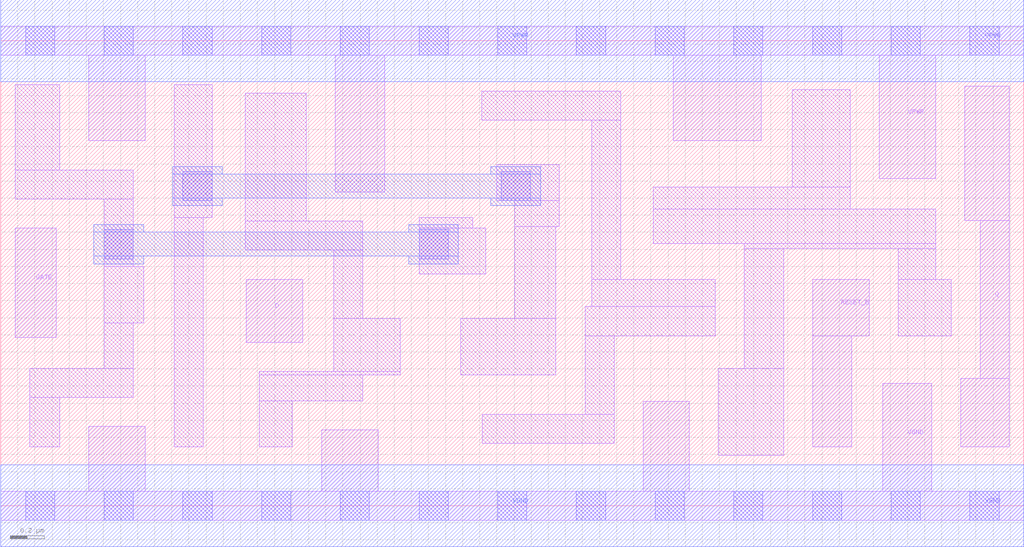
<source format=lef>
# Copyright 2020 The SkyWater PDK Authors
#
# Licensed under the Apache License, Version 2.0 (the "License");
# you may not use this file except in compliance with the License.
# You may obtain a copy of the License at
#
#     https://www.apache.org/licenses/LICENSE-2.0
#
# Unless required by applicable law or agreed to in writing, software
# distributed under the License is distributed on an "AS IS" BASIS,
# WITHOUT WARRANTIES OR CONDITIONS OF ANY KIND, either express or implied.
# See the License for the specific language governing permissions and
# limitations under the License.
#
# SPDX-License-Identifier: Apache-2.0

VERSION 5.7 ;
  NAMESCASESENSITIVE ON ;
  NOWIREEXTENSIONATPIN ON ;
  DIVIDERCHAR "/" ;
  BUSBITCHARS "[]" ;
UNITS
  DATABASE MICRONS 200 ;
END UNITS
MACRO sky130_fd_sc_hd__dlrtp_1
  CLASS CORE ;
  SOURCE USER ;
  FOREIGN sky130_fd_sc_hd__dlrtp_1 ;
  ORIGIN  0.000000  0.000000 ;
  SIZE  5.980000 BY  2.720000 ;
  SYMMETRY X Y R90 ;
  SITE unithd ;
  PIN D
    ANTENNAGATEAREA  0.159000 ;
    DIRECTION INPUT ;
    USE SIGNAL ;
    PORT
      LAYER li1 ;
        RECT 1.435000 0.955000 1.765000 1.325000 ;
    END
  END D
  PIN Q
    ANTENNADIFFAREA  0.429000 ;
    DIRECTION OUTPUT ;
    USE SIGNAL ;
    PORT
      LAYER li1 ;
        RECT 5.610000 0.345000 5.895000 0.745000 ;
        RECT 5.635000 1.670000 5.895000 2.455000 ;
        RECT 5.725000 0.745000 5.895000 1.670000 ;
    END
  END Q
  PIN RESET_B
    ANTENNAGATEAREA  0.247500 ;
    DIRECTION INPUT ;
    USE SIGNAL ;
    PORT
      LAYER li1 ;
        RECT 4.745000 0.345000 4.975000 0.995000 ;
        RECT 4.745000 0.995000 5.075000 1.325000 ;
    END
  END RESET_B
  PIN GATE
    ANTENNAGATEAREA  0.159000 ;
    DIRECTION INPUT ;
    USE CLOCK ;
    PORT
      LAYER li1 ;
        RECT 0.085000 0.985000 0.325000 1.625000 ;
    END
  END GATE
  PIN VGND
    DIRECTION INOUT ;
    SHAPE ABUTMENT ;
    USE GROUND ;
    PORT
      LAYER li1 ;
        RECT 0.000000 -0.085000 5.980000 0.085000 ;
        RECT 0.515000  0.085000 0.845000 0.465000 ;
        RECT 1.875000  0.085000 2.205000 0.445000 ;
        RECT 3.755000  0.085000 4.025000 0.610000 ;
        RECT 5.155000  0.085000 5.440000 0.715000 ;
      LAYER mcon ;
        RECT 0.145000 -0.085000 0.315000 0.085000 ;
        RECT 0.605000 -0.085000 0.775000 0.085000 ;
        RECT 1.065000 -0.085000 1.235000 0.085000 ;
        RECT 1.525000 -0.085000 1.695000 0.085000 ;
        RECT 1.985000 -0.085000 2.155000 0.085000 ;
        RECT 2.445000 -0.085000 2.615000 0.085000 ;
        RECT 2.905000 -0.085000 3.075000 0.085000 ;
        RECT 3.365000 -0.085000 3.535000 0.085000 ;
        RECT 3.825000 -0.085000 3.995000 0.085000 ;
        RECT 4.285000 -0.085000 4.455000 0.085000 ;
        RECT 4.745000 -0.085000 4.915000 0.085000 ;
        RECT 5.205000 -0.085000 5.375000 0.085000 ;
        RECT 5.665000 -0.085000 5.835000 0.085000 ;
      LAYER met1 ;
        RECT 0.000000 -0.240000 5.980000 0.240000 ;
    END
  END VGND
  PIN VPWR
    DIRECTION INOUT ;
    SHAPE ABUTMENT ;
    USE POWER ;
    PORT
      LAYER li1 ;
        RECT 0.000000 2.635000 5.980000 2.805000 ;
        RECT 0.515000 2.135000 0.845000 2.635000 ;
        RECT 1.955000 1.835000 2.245000 2.635000 ;
        RECT 3.930000 2.135000 4.445000 2.635000 ;
        RECT 5.135000 1.915000 5.465000 2.635000 ;
      LAYER mcon ;
        RECT 0.145000 2.635000 0.315000 2.805000 ;
        RECT 0.605000 2.635000 0.775000 2.805000 ;
        RECT 1.065000 2.635000 1.235000 2.805000 ;
        RECT 1.525000 2.635000 1.695000 2.805000 ;
        RECT 1.985000 2.635000 2.155000 2.805000 ;
        RECT 2.445000 2.635000 2.615000 2.805000 ;
        RECT 2.905000 2.635000 3.075000 2.805000 ;
        RECT 3.365000 2.635000 3.535000 2.805000 ;
        RECT 3.825000 2.635000 3.995000 2.805000 ;
        RECT 4.285000 2.635000 4.455000 2.805000 ;
        RECT 4.745000 2.635000 4.915000 2.805000 ;
        RECT 5.205000 2.635000 5.375000 2.805000 ;
        RECT 5.665000 2.635000 5.835000 2.805000 ;
      LAYER met1 ;
        RECT 0.000000 2.480000 5.980000 2.960000 ;
    END
  END VPWR
  OBS
    LAYER li1 ;
      RECT 0.085000 1.795000 0.775000 1.965000 ;
      RECT 0.085000 1.965000 0.345000 2.465000 ;
      RECT 0.170000 0.345000 0.345000 0.635000 ;
      RECT 0.170000 0.635000 0.775000 0.805000 ;
      RECT 0.605000 0.805000 0.775000 1.070000 ;
      RECT 0.605000 1.070000 0.835000 1.400000 ;
      RECT 0.605000 1.400000 0.775000 1.795000 ;
      RECT 1.015000 0.345000 1.185000 1.685000 ;
      RECT 1.015000 1.685000 1.235000 2.465000 ;
      RECT 1.430000 1.495000 2.115000 1.665000 ;
      RECT 1.430000 1.665000 1.785000 2.415000 ;
      RECT 1.510000 0.345000 1.705000 0.615000 ;
      RECT 1.510000 0.615000 2.115000 0.765000 ;
      RECT 1.510000 0.765000 2.335000 0.785000 ;
      RECT 1.945000 0.785000 2.335000 1.095000 ;
      RECT 1.945000 1.095000 2.115000 1.495000 ;
      RECT 2.445000 1.355000 2.835000 1.625000 ;
      RECT 2.445000 1.625000 2.760000 1.685000 ;
      RECT 2.690000 0.765000 3.245000 1.095000 ;
      RECT 2.810000 2.255000 3.625000 2.425000 ;
      RECT 2.815000 0.365000 3.585000 0.535000 ;
      RECT 2.900000 1.785000 3.265000 1.995000 ;
      RECT 3.005000 1.095000 3.245000 1.635000 ;
      RECT 3.005000 1.635000 3.265000 1.785000 ;
      RECT 3.415000 0.535000 3.585000 0.995000 ;
      RECT 3.415000 0.995000 4.175000 1.165000 ;
      RECT 3.455000 1.165000 4.175000 1.325000 ;
      RECT 3.455000 1.325000 3.625000 2.255000 ;
      RECT 3.815000 1.535000 5.465000 1.735000 ;
      RECT 3.815000 1.735000 4.965000 1.865000 ;
      RECT 4.195000 0.295000 4.575000 0.805000 ;
      RECT 4.345000 0.805000 4.575000 1.505000 ;
      RECT 4.345000 1.505000 5.465000 1.535000 ;
      RECT 4.625000 1.865000 4.965000 2.435000 ;
      RECT 5.245000 0.995000 5.555000 1.325000 ;
      RECT 5.245000 1.325000 5.465000 1.505000 ;
    LAYER mcon ;
      RECT 0.605000 1.445000 0.775000 1.615000 ;
      RECT 1.065000 1.785000 1.235000 1.955000 ;
      RECT 2.445000 1.445000 2.615000 1.615000 ;
      RECT 2.925000 1.785000 3.095000 1.955000 ;
    LAYER met1 ;
      RECT 0.545000 1.415000 0.835000 1.460000 ;
      RECT 0.545000 1.460000 2.675000 1.600000 ;
      RECT 0.545000 1.600000 0.835000 1.645000 ;
      RECT 1.005000 1.755000 1.295000 1.800000 ;
      RECT 1.005000 1.800000 3.155000 1.940000 ;
      RECT 1.005000 1.940000 1.295000 1.985000 ;
      RECT 2.385000 1.415000 2.675000 1.460000 ;
      RECT 2.385000 1.600000 2.675000 1.645000 ;
      RECT 2.865000 1.755000 3.155000 1.800000 ;
      RECT 2.865000 1.940000 3.155000 1.985000 ;
  END
END sky130_fd_sc_hd__dlrtp_1

</source>
